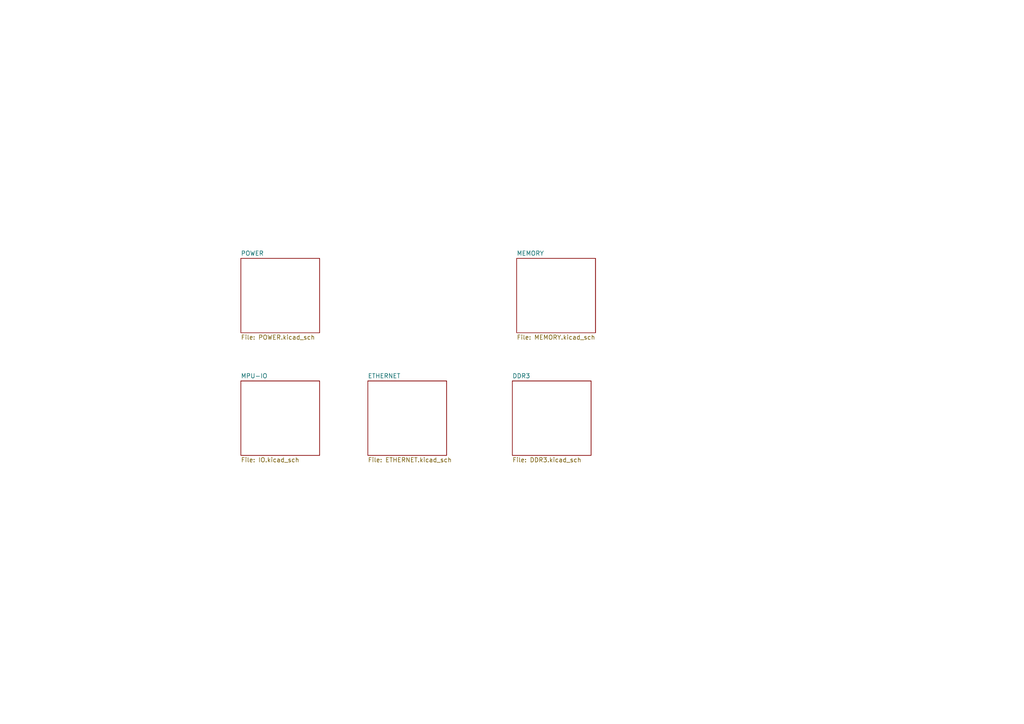
<source format=kicad_sch>
(kicad_sch
	(version 20250114)
	(generator "eeschema")
	(generator_version "9.0")
	(uuid "0e14d4aa-2dd0-4b28-ae35-43afd1798b30")
	(paper "A4")
	(title_block
		(title "ThingsCore-1")
		(date "2025-07-17")
		(rev "1")
	)
	(lib_symbols)
	(sheet
		(at 148.59 110.49)
		(size 22.86 21.59)
		(exclude_from_sim no)
		(in_bom yes)
		(on_board yes)
		(dnp no)
		(fields_autoplaced yes)
		(stroke
			(width 0.1524)
			(type solid)
		)
		(fill
			(color 0 0 0 0.0000)
		)
		(uuid "267ac8b4-2fbe-40eb-923c-c5006fb00720")
		(property "Sheetname" "DDR3"
			(at 148.59 109.7784 0)
			(effects
				(font
					(size 1.27 1.27)
				)
				(justify left bottom)
			)
		)
		(property "Sheetfile" "DDR3.kicad_sch"
			(at 148.59 132.6646 0)
			(effects
				(font
					(size 1.27 1.27)
				)
				(justify left top)
			)
		)
		(instances
			(project "ThingsCore-1"
				(path "/0e14d4aa-2dd0-4b28-ae35-43afd1798b30"
					(page "3")
				)
			)
		)
	)
	(sheet
		(at 106.68 110.49)
		(size 22.86 21.59)
		(exclude_from_sim no)
		(in_bom yes)
		(on_board yes)
		(dnp no)
		(fields_autoplaced yes)
		(stroke
			(width 0.1524)
			(type solid)
		)
		(fill
			(color 0 0 0 0.0000)
		)
		(uuid "992f1809-ba75-41aa-9652-2a2392b25d6d")
		(property "Sheetname" "ETHERNET"
			(at 106.68 109.7784 0)
			(effects
				(font
					(size 1.27 1.27)
				)
				(justify left bottom)
			)
		)
		(property "Sheetfile" "ETHERNET.kicad_sch"
			(at 106.68 132.6646 0)
			(effects
				(font
					(size 1.27 1.27)
				)
				(justify left top)
			)
		)
		(instances
			(project "ThingsCore-1"
				(path "/0e14d4aa-2dd0-4b28-ae35-43afd1798b30"
					(page "5")
				)
			)
		)
	)
	(sheet
		(at 69.85 74.93)
		(size 22.86 21.59)
		(exclude_from_sim no)
		(in_bom yes)
		(on_board yes)
		(dnp no)
		(fields_autoplaced yes)
		(stroke
			(width 0.1524)
			(type solid)
		)
		(fill
			(color 0 0 0 0.0000)
		)
		(uuid "9e1ac92c-1110-47b2-92db-1d7d73994e33")
		(property "Sheetname" "POWER"
			(at 69.85 74.2184 0)
			(effects
				(font
					(size 1.27 1.27)
				)
				(justify left bottom)
			)
		)
		(property "Sheetfile" "POWER.kicad_sch"
			(at 69.85 97.1046 0)
			(effects
				(font
					(size 1.27 1.27)
				)
				(justify left top)
			)
		)
		(instances
			(project "ThingsCore-1"
				(path "/0e14d4aa-2dd0-4b28-ae35-43afd1798b30"
					(page "2")
				)
			)
		)
	)
	(sheet
		(at 69.85 110.49)
		(size 22.86 21.59)
		(exclude_from_sim no)
		(in_bom yes)
		(on_board yes)
		(dnp no)
		(fields_autoplaced yes)
		(stroke
			(width 0.1524)
			(type solid)
		)
		(fill
			(color 0 0 0 0.0000)
		)
		(uuid "a1d67319-dddf-4864-9176-ade099aa73c3")
		(property "Sheetname" "MPU-IO"
			(at 69.85 109.7784 0)
			(effects
				(font
					(size 1.27 1.27)
				)
				(justify left bottom)
			)
		)
		(property "Sheetfile" "IO.kicad_sch"
			(at 69.85 132.6646 0)
			(effects
				(font
					(size 1.27 1.27)
				)
				(justify left top)
			)
		)
		(instances
			(project "ThingsCore-1"
				(path "/0e14d4aa-2dd0-4b28-ae35-43afd1798b30"
					(page "6")
				)
			)
		)
	)
	(sheet
		(at 149.86 74.93)
		(size 22.86 21.59)
		(exclude_from_sim no)
		(in_bom yes)
		(on_board yes)
		(dnp no)
		(fields_autoplaced yes)
		(stroke
			(width 0.1524)
			(type solid)
		)
		(fill
			(color 0 0 0 0.0000)
		)
		(uuid "d807da36-b407-4754-85a6-ddc433365c5d")
		(property "Sheetname" "MEMORY"
			(at 149.86 74.2184 0)
			(effects
				(font
					(size 1.27 1.27)
				)
				(justify left bottom)
			)
		)
		(property "Sheetfile" "MEMORY.kicad_sch"
			(at 149.86 97.1046 0)
			(effects
				(font
					(size 1.27 1.27)
				)
				(justify left top)
			)
		)
		(instances
			(project "ThingsCore-1"
				(path "/0e14d4aa-2dd0-4b28-ae35-43afd1798b30"
					(page "4")
				)
			)
		)
	)
	(sheet_instances
		(path "/"
			(page "1")
		)
	)
	(embedded_fonts no)
)

</source>
